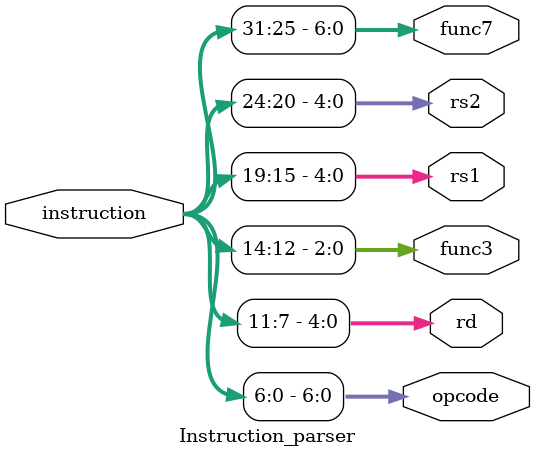
<source format=v>
module Instruction_parser
  (
  input [31:0] instruction,
  output reg [6:0] opcode,
  output reg [4:0] rd,
  output reg [2:0] func3,
  output reg [4:0] rs1,
  output reg [4:0] rs2,
  output reg [6:0] func7
  );
  
  always @ (instruction)
  begin
    opcode = instruction[6:0];
    rd =  instruction[11:7];
    func3 = instruction[14:12];
    rs1 = instruction[19:15];
    rs2 = instruction[24:20];
    func7 = instruction[31:25];
  
  end
  
  
  
endmodule

  
  
</source>
